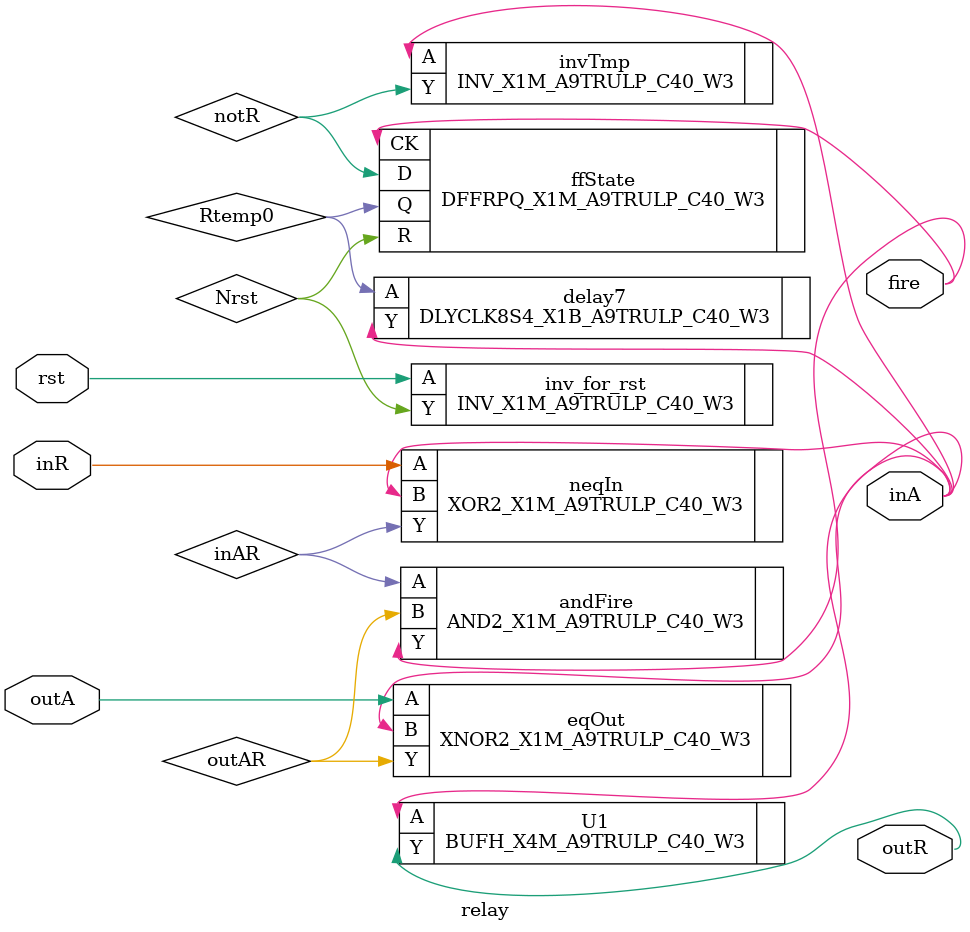
<source format=v>
`timescale 1ns / 1ps


module relay(inR, inA, outR, outA, fire, rst); 

input inR, outA, rst;

output inA, outR, fire;

wire inAR, outAR, notR, rstNeg;
wire Rtemp0, Rtemp1, Rtemp2, Rtemp3, Rtemp4;

// UMC 110nm
// XOR2M0HM neqIn ( .A(inR), .B(inA), .Z(inAR) );
// XNR2M0HM eqOut ( .A(outA), .B(inA), .Z(outAR) );
// AN2M0HM andFire ( .A(inAR), .B(outAR), .Z(fire) );
// INVM0HM invTmp ( .A(inA), .Z(notR) );
// DFQRM2HM ffState ( .D(notR), .CK(fire), .RB(rst), .Q(Rtemp0) );

// DEL1M4HM delay7 ( .A(Rtemp0), .Z(inA) );
// BUFM2HM U1 ( .A(inA), .Z(outR) );

// UMC 40nm
XOR2_X1M_A9TRULP_C40_W3         neqIn       ( .A(inR), .B(inA), .Y(inAR) );
XNOR2_X1M_A9TRULP_C40_W3        eqOut       ( .A(outA), .B(inA), .Y(outAR) );
AND2_X1M_A9TRULP_C40_W3         andFire     ( .A(inAR), .B(outAR), .Y(fire) );
INV_X1M_A9TRULP_C40_W3          invTmp      ( .A(inA), .Y(notR) );
wire Nrst;
INV_X1M_A9TRULP_C40_W3 inv_for_rst ( .A(rst), .Y(Nrst) );
DFFRPQ_X1M_A9TRULP_C40_W3       ffState     ( .D(notR), .CK(fire), .R(Nrst), .Q(Rtemp0) );

// delay Ô¼Îª0.23n
DLYCLK8S4_X1B_A9TRULP_C40_W3 delay7 ( .A(Rtemp0), .Y(inA) );
// delay Ô¼Îª0.5ns
// DLYCLK8S8_X1B_A9TRULP_C40_W3 delay7 ( .A(Rtemp0), .Z(inA) );

// ¸ßËÙ»º³å 0.1ns
BUFH_X4M_A9TRULP_C40_W3 U1 ( .A(inA), .Y(outR) );

endmodule

</source>
